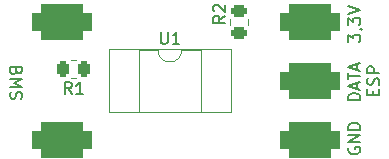
<source format=gto>
G04 #@! TF.GenerationSoftware,KiCad,Pcbnew,8.0.5*
G04 #@! TF.CreationDate,2024-11-09T17:30:00+01:00*
G04 #@! TF.ProjectId,converter,636f6e76-6572-4746-9572-2e6b69636164,rev?*
G04 #@! TF.SameCoordinates,Original*
G04 #@! TF.FileFunction,Legend,Top*
G04 #@! TF.FilePolarity,Positive*
%FSLAX46Y46*%
G04 Gerber Fmt 4.6, Leading zero omitted, Abs format (unit mm)*
G04 Created by KiCad (PCBNEW 8.0.5) date 2024-11-09 17:30:00*
%MOMM*%
%LPD*%
G01*
G04 APERTURE LIST*
G04 Aperture macros list*
%AMRoundRect*
0 Rectangle with rounded corners*
0 $1 Rounding radius*
0 $2 $3 $4 $5 $6 $7 $8 $9 X,Y pos of 4 corners*
0 Add a 4 corners polygon primitive as box body*
4,1,4,$2,$3,$4,$5,$6,$7,$8,$9,$2,$3,0*
0 Add four circle primitives for the rounded corners*
1,1,$1+$1,$2,$3*
1,1,$1+$1,$4,$5*
1,1,$1+$1,$6,$7*
1,1,$1+$1,$8,$9*
0 Add four rect primitives between the rounded corners*
20,1,$1+$1,$2,$3,$4,$5,0*
20,1,$1+$1,$4,$5,$6,$7,0*
20,1,$1+$1,$6,$7,$8,$9,0*
20,1,$1+$1,$8,$9,$2,$3,0*%
G04 Aperture macros list end*
%ADD10C,0.153000*%
%ADD11C,0.120000*%
%ADD12RoundRect,0.750000X-1.750000X-0.750000X1.750000X-0.750000X1.750000X0.750000X-1.750000X0.750000X0*%
%ADD13R,1.600000X1.600000*%
%ADD14RoundRect,0.250000X0.450000X-0.262500X0.450000X0.262500X-0.450000X0.262500X-0.450000X-0.262500X0*%
%ADD15RoundRect,0.250000X0.262500X0.450000X-0.262500X0.450000X-0.262500X-0.450000X0.262500X-0.450000X0*%
G04 APERTURE END LIST*
D10*
X44154146Y-29172085D02*
X44106527Y-29314942D01*
X44106527Y-29314942D02*
X44058908Y-29362561D01*
X44058908Y-29362561D02*
X43963670Y-29410180D01*
X43963670Y-29410180D02*
X43820813Y-29410180D01*
X43820813Y-29410180D02*
X43725575Y-29362561D01*
X43725575Y-29362561D02*
X43677956Y-29314942D01*
X43677956Y-29314942D02*
X43630336Y-29219704D01*
X43630336Y-29219704D02*
X43630336Y-28838752D01*
X43630336Y-28838752D02*
X44630336Y-28838752D01*
X44630336Y-28838752D02*
X44630336Y-29172085D01*
X44630336Y-29172085D02*
X44582717Y-29267323D01*
X44582717Y-29267323D02*
X44535098Y-29314942D01*
X44535098Y-29314942D02*
X44439860Y-29362561D01*
X44439860Y-29362561D02*
X44344622Y-29362561D01*
X44344622Y-29362561D02*
X44249384Y-29314942D01*
X44249384Y-29314942D02*
X44201765Y-29267323D01*
X44201765Y-29267323D02*
X44154146Y-29172085D01*
X44154146Y-29172085D02*
X44154146Y-28838752D01*
X43630336Y-29838752D02*
X44630336Y-29838752D01*
X44630336Y-29838752D02*
X43916051Y-30172085D01*
X43916051Y-30172085D02*
X44630336Y-30505418D01*
X44630336Y-30505418D02*
X43630336Y-30505418D01*
X43677956Y-30933990D02*
X43630336Y-31076847D01*
X43630336Y-31076847D02*
X43630336Y-31314942D01*
X43630336Y-31314942D02*
X43677956Y-31410180D01*
X43677956Y-31410180D02*
X43725575Y-31457799D01*
X43725575Y-31457799D02*
X43820813Y-31505418D01*
X43820813Y-31505418D02*
X43916051Y-31505418D01*
X43916051Y-31505418D02*
X44011289Y-31457799D01*
X44011289Y-31457799D02*
X44058908Y-31410180D01*
X44058908Y-31410180D02*
X44106527Y-31314942D01*
X44106527Y-31314942D02*
X44154146Y-31124466D01*
X44154146Y-31124466D02*
X44201765Y-31029228D01*
X44201765Y-31029228D02*
X44249384Y-30981609D01*
X44249384Y-30981609D02*
X44344622Y-30933990D01*
X44344622Y-30933990D02*
X44439860Y-30933990D01*
X44439860Y-30933990D02*
X44535098Y-30981609D01*
X44535098Y-30981609D02*
X44582717Y-31029228D01*
X44582717Y-31029228D02*
X44630336Y-31124466D01*
X44630336Y-31124466D02*
X44630336Y-31362561D01*
X44630336Y-31362561D02*
X44582717Y-31505418D01*
X72307338Y-35642857D02*
X72259719Y-35738095D01*
X72259719Y-35738095D02*
X72259719Y-35880952D01*
X72259719Y-35880952D02*
X72307338Y-36023809D01*
X72307338Y-36023809D02*
X72402576Y-36119047D01*
X72402576Y-36119047D02*
X72497814Y-36166666D01*
X72497814Y-36166666D02*
X72688290Y-36214285D01*
X72688290Y-36214285D02*
X72831147Y-36214285D01*
X72831147Y-36214285D02*
X73021623Y-36166666D01*
X73021623Y-36166666D02*
X73116861Y-36119047D01*
X73116861Y-36119047D02*
X73212100Y-36023809D01*
X73212100Y-36023809D02*
X73259719Y-35880952D01*
X73259719Y-35880952D02*
X73259719Y-35785714D01*
X73259719Y-35785714D02*
X73212100Y-35642857D01*
X73212100Y-35642857D02*
X73164480Y-35595238D01*
X73164480Y-35595238D02*
X72831147Y-35595238D01*
X72831147Y-35595238D02*
X72831147Y-35785714D01*
X73259719Y-35166666D02*
X72259719Y-35166666D01*
X72259719Y-35166666D02*
X73259719Y-34595238D01*
X73259719Y-34595238D02*
X72259719Y-34595238D01*
X73259719Y-34119047D02*
X72259719Y-34119047D01*
X72259719Y-34119047D02*
X72259719Y-33880952D01*
X72259719Y-33880952D02*
X72307338Y-33738095D01*
X72307338Y-33738095D02*
X72402576Y-33642857D01*
X72402576Y-33642857D02*
X72497814Y-33595238D01*
X72497814Y-33595238D02*
X72688290Y-33547619D01*
X72688290Y-33547619D02*
X72831147Y-33547619D01*
X72831147Y-33547619D02*
X73021623Y-33595238D01*
X73021623Y-33595238D02*
X73116861Y-33642857D01*
X73116861Y-33642857D02*
X73212100Y-33738095D01*
X73212100Y-33738095D02*
X73259719Y-33880952D01*
X73259719Y-33880952D02*
X73259719Y-34119047D01*
X73259719Y-31595237D02*
X72259719Y-31595237D01*
X72259719Y-31595237D02*
X72259719Y-31357142D01*
X72259719Y-31357142D02*
X72307338Y-31214285D01*
X72307338Y-31214285D02*
X72402576Y-31119047D01*
X72402576Y-31119047D02*
X72497814Y-31071428D01*
X72497814Y-31071428D02*
X72688290Y-31023809D01*
X72688290Y-31023809D02*
X72831147Y-31023809D01*
X72831147Y-31023809D02*
X73021623Y-31071428D01*
X73021623Y-31071428D02*
X73116861Y-31119047D01*
X73116861Y-31119047D02*
X73212100Y-31214285D01*
X73212100Y-31214285D02*
X73259719Y-31357142D01*
X73259719Y-31357142D02*
X73259719Y-31595237D01*
X72974004Y-30642856D02*
X72974004Y-30166666D01*
X73259719Y-30738094D02*
X72259719Y-30404761D01*
X72259719Y-30404761D02*
X73259719Y-30071428D01*
X72259719Y-29880951D02*
X72259719Y-29309523D01*
X73259719Y-29595237D02*
X72259719Y-29595237D01*
X72974004Y-29023808D02*
X72974004Y-28547618D01*
X73259719Y-29119046D02*
X72259719Y-28785713D01*
X72259719Y-28785713D02*
X73259719Y-28452380D01*
X72259719Y-26690474D02*
X72259719Y-26071427D01*
X72259719Y-26071427D02*
X72640671Y-26404760D01*
X72640671Y-26404760D02*
X72640671Y-26261903D01*
X72640671Y-26261903D02*
X72688290Y-26166665D01*
X72688290Y-26166665D02*
X72735909Y-26119046D01*
X72735909Y-26119046D02*
X72831147Y-26071427D01*
X72831147Y-26071427D02*
X73069242Y-26071427D01*
X73069242Y-26071427D02*
X73164480Y-26119046D01*
X73164480Y-26119046D02*
X73212100Y-26166665D01*
X73212100Y-26166665D02*
X73259719Y-26261903D01*
X73259719Y-26261903D02*
X73259719Y-26547617D01*
X73259719Y-26547617D02*
X73212100Y-26642855D01*
X73212100Y-26642855D02*
X73164480Y-26690474D01*
X73212100Y-25595236D02*
X73259719Y-25595236D01*
X73259719Y-25595236D02*
X73354957Y-25642855D01*
X73354957Y-25642855D02*
X73402576Y-25690474D01*
X72259719Y-25261903D02*
X72259719Y-24642856D01*
X72259719Y-24642856D02*
X72640671Y-24976189D01*
X72640671Y-24976189D02*
X72640671Y-24833332D01*
X72640671Y-24833332D02*
X72688290Y-24738094D01*
X72688290Y-24738094D02*
X72735909Y-24690475D01*
X72735909Y-24690475D02*
X72831147Y-24642856D01*
X72831147Y-24642856D02*
X73069242Y-24642856D01*
X73069242Y-24642856D02*
X73164480Y-24690475D01*
X73164480Y-24690475D02*
X73212100Y-24738094D01*
X73212100Y-24738094D02*
X73259719Y-24833332D01*
X73259719Y-24833332D02*
X73259719Y-25119046D01*
X73259719Y-25119046D02*
X73212100Y-25214284D01*
X73212100Y-25214284D02*
X73164480Y-25261903D01*
X72259719Y-24357141D02*
X73259719Y-24023808D01*
X73259719Y-24023808D02*
X72259719Y-23690475D01*
X74345853Y-31190475D02*
X74345853Y-30857142D01*
X74869663Y-30714285D02*
X74869663Y-31190475D01*
X74869663Y-31190475D02*
X73869663Y-31190475D01*
X73869663Y-31190475D02*
X73869663Y-30714285D01*
X74822044Y-30333332D02*
X74869663Y-30190475D01*
X74869663Y-30190475D02*
X74869663Y-29952380D01*
X74869663Y-29952380D02*
X74822044Y-29857142D01*
X74822044Y-29857142D02*
X74774424Y-29809523D01*
X74774424Y-29809523D02*
X74679186Y-29761904D01*
X74679186Y-29761904D02*
X74583948Y-29761904D01*
X74583948Y-29761904D02*
X74488710Y-29809523D01*
X74488710Y-29809523D02*
X74441091Y-29857142D01*
X74441091Y-29857142D02*
X74393472Y-29952380D01*
X74393472Y-29952380D02*
X74345853Y-30142856D01*
X74345853Y-30142856D02*
X74298234Y-30238094D01*
X74298234Y-30238094D02*
X74250615Y-30285713D01*
X74250615Y-30285713D02*
X74155377Y-30333332D01*
X74155377Y-30333332D02*
X74060139Y-30333332D01*
X74060139Y-30333332D02*
X73964901Y-30285713D01*
X73964901Y-30285713D02*
X73917282Y-30238094D01*
X73917282Y-30238094D02*
X73869663Y-30142856D01*
X73869663Y-30142856D02*
X73869663Y-29904761D01*
X73869663Y-29904761D02*
X73917282Y-29761904D01*
X74869663Y-29333332D02*
X73869663Y-29333332D01*
X73869663Y-29333332D02*
X73869663Y-28952380D01*
X73869663Y-28952380D02*
X73917282Y-28857142D01*
X73917282Y-28857142D02*
X73964901Y-28809523D01*
X73964901Y-28809523D02*
X74060139Y-28761904D01*
X74060139Y-28761904D02*
X74202996Y-28761904D01*
X74202996Y-28761904D02*
X74298234Y-28809523D01*
X74298234Y-28809523D02*
X74345853Y-28857142D01*
X74345853Y-28857142D02*
X74393472Y-28952380D01*
X74393472Y-28952380D02*
X74393472Y-29333332D01*
X56388095Y-25854663D02*
X56388095Y-26664186D01*
X56388095Y-26664186D02*
X56435714Y-26759424D01*
X56435714Y-26759424D02*
X56483333Y-26807044D01*
X56483333Y-26807044D02*
X56578571Y-26854663D01*
X56578571Y-26854663D02*
X56769047Y-26854663D01*
X56769047Y-26854663D02*
X56864285Y-26807044D01*
X56864285Y-26807044D02*
X56911904Y-26759424D01*
X56911904Y-26759424D02*
X56959523Y-26664186D01*
X56959523Y-26664186D02*
X56959523Y-25854663D01*
X57959523Y-26854663D02*
X57388095Y-26854663D01*
X57673809Y-26854663D02*
X57673809Y-25854663D01*
X57673809Y-25854663D02*
X57578571Y-25997520D01*
X57578571Y-25997520D02*
X57483333Y-26092758D01*
X57483333Y-26092758D02*
X57388095Y-26140377D01*
X61804663Y-24496666D02*
X61328472Y-24829999D01*
X61804663Y-25068094D02*
X60804663Y-25068094D01*
X60804663Y-25068094D02*
X60804663Y-24687142D01*
X60804663Y-24687142D02*
X60852282Y-24591904D01*
X60852282Y-24591904D02*
X60899901Y-24544285D01*
X60899901Y-24544285D02*
X60995139Y-24496666D01*
X60995139Y-24496666D02*
X61137996Y-24496666D01*
X61137996Y-24496666D02*
X61233234Y-24544285D01*
X61233234Y-24544285D02*
X61280853Y-24591904D01*
X61280853Y-24591904D02*
X61328472Y-24687142D01*
X61328472Y-24687142D02*
X61328472Y-25068094D01*
X60899901Y-24115713D02*
X60852282Y-24068094D01*
X60852282Y-24068094D02*
X60804663Y-23972856D01*
X60804663Y-23972856D02*
X60804663Y-23734761D01*
X60804663Y-23734761D02*
X60852282Y-23639523D01*
X60852282Y-23639523D02*
X60899901Y-23591904D01*
X60899901Y-23591904D02*
X60995139Y-23544285D01*
X60995139Y-23544285D02*
X61090377Y-23544285D01*
X61090377Y-23544285D02*
X61233234Y-23591904D01*
X61233234Y-23591904D02*
X61804663Y-24163332D01*
X61804663Y-24163332D02*
X61804663Y-23544285D01*
X48833333Y-31104663D02*
X48500000Y-30628472D01*
X48261905Y-31104663D02*
X48261905Y-30104663D01*
X48261905Y-30104663D02*
X48642857Y-30104663D01*
X48642857Y-30104663D02*
X48738095Y-30152282D01*
X48738095Y-30152282D02*
X48785714Y-30199901D01*
X48785714Y-30199901D02*
X48833333Y-30295139D01*
X48833333Y-30295139D02*
X48833333Y-30437996D01*
X48833333Y-30437996D02*
X48785714Y-30533234D01*
X48785714Y-30533234D02*
X48738095Y-30580853D01*
X48738095Y-30580853D02*
X48642857Y-30628472D01*
X48642857Y-30628472D02*
X48261905Y-30628472D01*
X49785714Y-31104663D02*
X49214286Y-31104663D01*
X49500000Y-31104663D02*
X49500000Y-30104663D01*
X49500000Y-30104663D02*
X49404762Y-30247520D01*
X49404762Y-30247520D02*
X49309524Y-30342758D01*
X49309524Y-30342758D02*
X49214286Y-30390377D01*
D11*
X52010000Y-27340000D02*
X52010000Y-32660000D01*
X52010000Y-32660000D02*
X62290000Y-32660000D01*
X54500000Y-27400000D02*
X54500000Y-32600000D01*
X54500000Y-32600000D02*
X59800000Y-32600000D01*
X56150000Y-27400000D02*
X54500000Y-27400000D01*
X59800000Y-27400000D02*
X58150000Y-27400000D01*
X59800000Y-32600000D02*
X59800000Y-27400000D01*
X62290000Y-27340000D02*
X52010000Y-27340000D01*
X62290000Y-32660000D02*
X62290000Y-27340000D01*
X58150000Y-27400000D02*
G75*
G02*
X56150000Y-27400000I-1000000J0D01*
G01*
X62265000Y-25227064D02*
X62265000Y-24772936D01*
X63735000Y-25227064D02*
X63735000Y-24772936D01*
X49227064Y-29735000D02*
X48772936Y-29735000D01*
X49227064Y-28265000D02*
X48772936Y-28265000D01*
%LPC*%
D12*
X69000000Y-30000000D03*
X48000000Y-25000000D03*
X69000000Y-35000000D03*
D13*
X53340000Y-28730000D03*
X53340000Y-31270000D03*
X60960000Y-31270000D03*
X60960000Y-28730000D03*
D12*
X48000000Y-35000000D03*
X69000000Y-25000000D03*
D14*
X63000000Y-25912500D03*
X63000000Y-24087500D03*
D15*
X49912500Y-29000000D03*
X48087500Y-29000000D03*
%LPD*%
M02*

</source>
